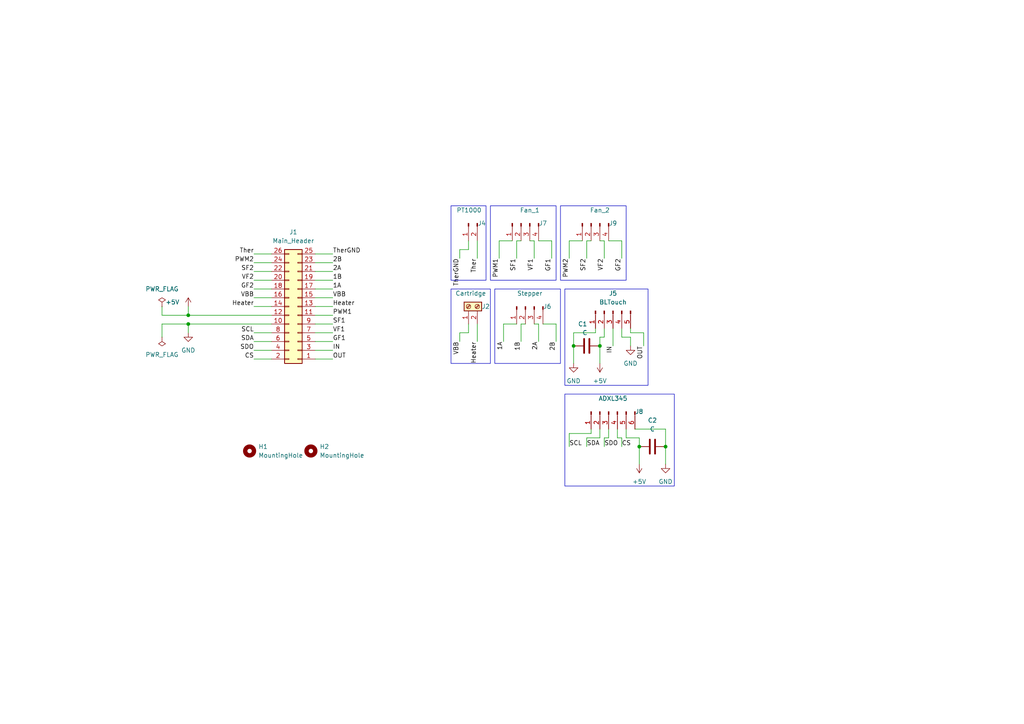
<source format=kicad_sch>
(kicad_sch (version 20230121) (generator eeschema)
  (paper "A4")
  (lib_symbols
    (symbol "Connector:Conn_01x02_Pin" (pin_names (offset 1.016) hide)
      (property "Reference" "J" (at 0 2.54 0))
      (property "Value" "Conn_01x02_Pin" (at 0 -5.08 0))
      (symbol "Conn_01x02_Pin_1_1"
        (polyline (pts (xy 1.27 -2.54) (xy 0.8636 -2.54)) (stroke (width 0.1524)))
        (polyline (pts (xy 1.27 0) (xy 0.8636 0)) (stroke (width 0.1524)))
        (rectangle (start 0.8636 -2.413) (end 0 -2.667) (stroke (width 0.1524)) (fill (type outline)))
        (rectangle (start 0.8636 0.127) (end 0 -0.127) (stroke (width 0.1524)) (fill (type outline)))
        (pin passive line (at 5.08 0 180) (length 3.81) (name "Pin_1") (number "1"))
        (pin passive line (at 5.08 -2.54 180) (length 3.81) (name "Pin_2") (number "2"))
      )
    )
    (symbol "Connector:Conn_01x04_Pin" (pin_names (offset 1.016) hide)
      (property "Reference" "J" (at 0 5.08 0))
      (property "Value" "Conn_01x04_Pin" (at 0 -7.62 0))
      (symbol "Conn_01x04_Pin_1_1"
        (polyline (pts (xy 1.27 -5.08) (xy 0.8636 -5.08)) (stroke (width 0.1524)))
        (polyline (pts (xy 1.27 -2.54) (xy 0.8636 -2.54)) (stroke (width 0.1524)))
        (polyline (pts (xy 1.27 0) (xy 0.8636 0)) (stroke (width 0.1524)))
        (polyline (pts (xy 1.27 2.54) (xy 0.8636 2.54)) (stroke (width 0.1524)))
        (rectangle (start 0.8636 -4.953) (end 0 -5.207) (stroke (width 0.1524)) (fill (type outline)))
        (rectangle (start 0.8636 -2.413) (end 0 -2.667) (stroke (width 0.1524)) (fill (type outline)))
        (rectangle (start 0.8636 0.127) (end 0 -0.127) (stroke (width 0.1524)) (fill (type outline)))
        (rectangle (start 0.8636 2.667) (end 0 2.413) (stroke (width 0.1524)) (fill (type outline)))
        (pin passive line (at 5.08 2.54 180) (length 3.81) (name "Pin_1") (number "1"))
        (pin passive line (at 5.08 0 180) (length 3.81) (name "Pin_2") (number "2"))
        (pin passive line (at 5.08 -2.54 180) (length 3.81) (name "Pin_3") (number "3"))
        (pin passive line (at 5.08 -5.08 180) (length 3.81) (name "Pin_4") (number "4"))
      )
    )
    (symbol "Connector:Conn_01x05_Pin" (pin_names (offset 1.016) hide)
      (property "Reference" "J" (at 0 7.62 0))
      (property "Value" "Conn_01x05_Pin" (at 0 -7.62 0))
      (symbol "Conn_01x05_Pin_1_1"
        (polyline (pts (xy 1.27 -5.08) (xy 0.8636 -5.08)) (stroke (width 0.1524)))
        (polyline (pts (xy 1.27 -2.54) (xy 0.8636 -2.54)) (stroke (width 0.1524)))
        (polyline (pts (xy 1.27 0) (xy 0.8636 0)) (stroke (width 0.1524)))
        (polyline (pts (xy 1.27 2.54) (xy 0.8636 2.54)) (stroke (width 0.1524)))
        (polyline (pts (xy 1.27 5.08) (xy 0.8636 5.08)) (stroke (width 0.1524)))
        (rectangle (start 0.8636 -4.953) (end 0 -5.207) (stroke (width 0.1524)) (fill (type outline)))
        (rectangle (start 0.8636 -2.413) (end 0 -2.667) (stroke (width 0.1524)) (fill (type outline)))
        (rectangle (start 0.8636 0.127) (end 0 -0.127) (stroke (width 0.1524)) (fill (type outline)))
        (rectangle (start 0.8636 2.667) (end 0 2.413) (stroke (width 0.1524)) (fill (type outline)))
        (rectangle (start 0.8636 5.207) (end 0 4.953) (stroke (width 0.1524)) (fill (type outline)))
        (pin passive line (at 5.08 5.08 180) (length 3.81) (name "Pin_1") (number "1"))
        (pin passive line (at 5.08 2.54 180) (length 3.81) (name "Pin_2") (number "2"))
        (pin passive line (at 5.08 0 180) (length 3.81) (name "Pin_3") (number "3"))
        (pin passive line (at 5.08 -2.54 180) (length 3.81) (name "Pin_4") (number "4"))
        (pin passive line (at 5.08 -5.08 180) (length 3.81) (name "Pin_5") (number "5"))
      )
    )
    (symbol "Connector:Conn_01x06_Pin" (pin_names (offset 1.016) hide)
      (property "Reference" "J" (at 0 7.62 0))
      (property "Value" "Conn_01x06_Pin" (at 0 -10.16 0))
      (symbol "Conn_01x06_Pin_1_1"
        (polyline (pts (xy 1.27 -7.62) (xy 0.8636 -7.62)) (stroke (width 0.1524)))
        (polyline (pts (xy 1.27 -5.08) (xy 0.8636 -5.08)) (stroke (width 0.1524)))
        (polyline (pts (xy 1.27 -2.54) (xy 0.8636 -2.54)) (stroke (width 0.1524)))
        (polyline (pts (xy 1.27 0) (xy 0.8636 0)) (stroke (width 0.1524)))
        (polyline (pts (xy 1.27 2.54) (xy 0.8636 2.54)) (stroke (width 0.1524)))
        (polyline (pts (xy 1.27 5.08) (xy 0.8636 5.08)) (stroke (width 0.1524)))
        (rectangle (start 0.8636 -7.493) (end 0 -7.747) (stroke (width 0.1524)) (fill (type outline)))
        (rectangle (start 0.8636 -4.953) (end 0 -5.207) (stroke (width 0.1524)) (fill (type outline)))
        (rectangle (start 0.8636 -2.413) (end 0 -2.667) (stroke (width 0.1524)) (fill (type outline)))
        (rectangle (start 0.8636 0.127) (end 0 -0.127) (stroke (width 0.1524)) (fill (type outline)))
        (rectangle (start 0.8636 2.667) (end 0 2.413) (stroke (width 0.1524)) (fill (type outline)))
        (rectangle (start 0.8636 5.207) (end 0 4.953) (stroke (width 0.1524)) (fill (type outline)))
        (pin passive line (at 5.08 5.08 180) (length 3.81) (name "Pin_1") (number "1"))
        (pin passive line (at 5.08 2.54 180) (length 3.81) (name "Pin_2") (number "2"))
        (pin passive line (at 5.08 0 180) (length 3.81) (name "Pin_3") (number "3"))
        (pin passive line (at 5.08 -2.54 180) (length 3.81) (name "Pin_4") (number "4"))
        (pin passive line (at 5.08 -5.08 180) (length 3.81) (name "Pin_5") (number "5"))
        (pin passive line (at 5.08 -7.62 180) (length 3.81) (name "Pin_6") (number "6"))
      )
    )
    (symbol "Connector:Screw_Terminal_01x02" (pin_names (offset 1.016) hide)
      (property "Reference" "J" (at 0 2.54 0))
      (property "Value" "Screw_Terminal_01x02" (at 0 -5.08 0))
      (symbol "Screw_Terminal_01x02_1_1"
        (rectangle (start -1.27 1.27) (end 1.27 -3.81) (stroke (width 0.254)) (fill (type background)))
        (circle (center 0 -2.54) (radius 0.635) (stroke (width 0.1524)))
        (polyline (pts (xy -0.5334 -2.2098) (xy 0.3302 -3.048)) (stroke (width 0.1524)))
        (polyline (pts (xy -0.5334 0.3302) (xy 0.3302 -0.508)) (stroke (width 0.1524)))
        (polyline (pts (xy -0.3556 -2.032) (xy 0.508 -2.8702)) (stroke (width 0.1524)))
        (polyline (pts (xy -0.3556 0.508) (xy 0.508 -0.3302)) (stroke (width 0.1524)))
        (circle (center 0 0) (radius 0.635) (stroke (width 0.1524)))
        (pin passive line (at -5.08 0 0) (length 3.81) (name "Pin_1") (number "1"))
        (pin passive line (at -5.08 -2.54 0) (length 3.81) (name "Pin_2") (number "2"))
      )
    )
    (symbol "Connector_Generic:Conn_02x13_Odd_Even" (pin_names (offset 1.016) hide)
      (property "Reference" "J" (at 1.27 17.78 0))
      (property "Value" "Conn_02x13_Odd_Even" (at 1.27 -17.78 0))
      (symbol "Conn_02x13_Odd_Even_1_1"
        (rectangle (start -1.27 -15.113) (end 0 -15.367) (stroke (width 0.1524)))
        (rectangle (start -1.27 -12.573) (end 0 -12.827) (stroke (width 0.1524)))
        (rectangle (start -1.27 -10.033) (end 0 -10.287) (stroke (width 0.1524)))
        (rectangle (start -1.27 -7.493) (end 0 -7.747) (stroke (width 0.1524)))
        (rectangle (start -1.27 -4.953) (end 0 -5.207) (stroke (width 0.1524)))
        (rectangle (start -1.27 -2.413) (end 0 -2.667) (stroke (width 0.1524)))
        (rectangle (start -1.27 0.127) (end 0 -0.127) (stroke (width 0.1524)))
        (rectangle (start -1.27 2.667) (end 0 2.413) (stroke (width 0.1524)))
        (rectangle (start -1.27 5.207) (end 0 4.953) (stroke (width 0.1524)))
        (rectangle (start -1.27 7.747) (end 0 7.493) (stroke (width 0.1524)))
        (rectangle (start -1.27 10.287) (end 0 10.033) (stroke (width 0.1524)))
        (rectangle (start -1.27 12.827) (end 0 12.573) (stroke (width 0.1524)))
        (rectangle (start -1.27 15.367) (end 0 15.113) (stroke (width 0.1524)))
        (rectangle (start -1.27 16.51) (end 3.81 -16.51) (stroke (width 0.254)) (fill (type background)))
        (rectangle (start 3.81 -15.113) (end 2.54 -15.367) (stroke (width 0.1524)))
        (rectangle (start 3.81 -12.573) (end 2.54 -12.827) (stroke (width 0.1524)))
        (rectangle (start 3.81 -10.033) (end 2.54 -10.287) (stroke (width 0.1524)))
        (rectangle (start 3.81 -7.493) (end 2.54 -7.747) (stroke (width 0.1524)))
        (rectangle (start 3.81 -4.953) (end 2.54 -5.207) (stroke (width 0.1524)))
        (rectangle (start 3.81 -2.413) (end 2.54 -2.667) (stroke (width 0.1524)))
        (rectangle (start 3.81 0.127) (end 2.54 -0.127) (stroke (width 0.1524)))
        (rectangle (start 3.81 2.667) (end 2.54 2.413) (stroke (width 0.1524)))
        (rectangle (start 3.81 5.207) (end 2.54 4.953) (stroke (width 0.1524)))
        (rectangle (start 3.81 7.747) (end 2.54 7.493) (stroke (width 0.1524)))
        (rectangle (start 3.81 10.287) (end 2.54 10.033) (stroke (width 0.1524)))
        (rectangle (start 3.81 12.827) (end 2.54 12.573) (stroke (width 0.1524)))
        (rectangle (start 3.81 15.367) (end 2.54 15.113) (stroke (width 0.1524)))
        (pin passive line (at -5.08 15.24 0) (length 3.81) (name "Pin_1") (number "1"))
        (pin passive line (at 7.62 5.08 180) (length 3.81) (name "Pin_10") (number "10"))
        (pin passive line (at -5.08 2.54 0) (length 3.81) (name "Pin_11") (number "11"))
        (pin passive line (at 7.62 2.54 180) (length 3.81) (name "Pin_12") (number "12"))
        (pin passive line (at -5.08 0 0) (length 3.81) (name "Pin_13") (number "13"))
        (pin passive line (at 7.62 0 180) (length 3.81) (name "Pin_14") (number "14"))
        (pin passive line (at -5.08 -2.54 0) (length 3.81) (name "Pin_15") (number "15"))
        (pin passive line (at 7.62 -2.54 180) (length 3.81) (name "Pin_16") (number "16"))
        (pin passive line (at -5.08 -5.08 0) (length 3.81) (name "Pin_17") (number "17"))
        (pin passive line (at 7.62 -5.08 180) (length 3.81) (name "Pin_18") (number "18"))
        (pin passive line (at -5.08 -7.62 0) (length 3.81) (name "Pin_19") (number "19"))
        (pin passive line (at 7.62 15.24 180) (length 3.81) (name "Pin_2") (number "2"))
        (pin passive line (at 7.62 -7.62 180) (length 3.81) (name "Pin_20") (number "20"))
        (pin passive line (at -5.08 -10.16 0) (length 3.81) (name "Pin_21") (number "21"))
        (pin passive line (at 7.62 -10.16 180) (length 3.81) (name "Pin_22") (number "22"))
        (pin passive line (at -5.08 -12.7 0) (length 3.81) (name "Pin_23") (number "23"))
        (pin passive line (at 7.62 -12.7 180) (length 3.81) (name "Pin_24") (number "24"))
        (pin passive line (at -5.08 -15.24 0) (length 3.81) (name "Pin_25") (number "25"))
        (pin passive line (at 7.62 -15.24 180) (length 3.81) (name "Pin_26") (number "26"))
        (pin passive line (at -5.08 12.7 0) (length 3.81) (name "Pin_3") (number "3"))
        (pin passive line (at 7.62 12.7 180) (length 3.81) (name "Pin_4") (number "4"))
        (pin passive line (at -5.08 10.16 0) (length 3.81) (name "Pin_5") (number "5"))
        (pin passive line (at 7.62 10.16 180) (length 3.81) (name "Pin_6") (number "6"))
        (pin passive line (at -5.08 7.62 0) (length 3.81) (name "Pin_7") (number "7"))
        (pin passive line (at 7.62 7.62 180) (length 3.81) (name "Pin_8") (number "8"))
        (pin passive line (at -5.08 5.08 0) (length 3.81) (name "Pin_9") (number "9"))
      )
    )
    (symbol "Device:C" (pin_numbers hide) (pin_names (offset 0.254))
      (property "Reference" "C" (at 0.635 2.54 0))
      (property "Value" "C" (at 0.635 -2.54 0))
      (symbol "C_0_1"
        (polyline (pts (xy -2.032 -0.762) (xy 2.032 -0.762)) (stroke (width 0.508)))
        (polyline (pts (xy -2.032 0.762) (xy 2.032 0.762)) (stroke (width 0.508)))
      )
      (symbol "C_1_1"
        (pin passive line (at 0 3.81 270) (length 2.794) (name "~") (number "1"))
        (pin passive line (at 0 -3.81 90) (length 2.794) (name "~") (number "2"))
      )
    )
    (symbol "Mechanical:MountingHole" (pin_names (offset 1.016))
      (property "Reference" "H" (at 0 5.08 0))
      (property "Value" "MountingHole" (at 0 3.175 0))
      (symbol "MountingHole_0_1"
        (circle (center 0 0) (radius 1.27) (stroke (width 1.27)))
      )
    )
    (symbol "PCM_4ms_Power-symbol:PWR_FLAG" (power) (pin_numbers hide) (pin_names (offset 0) hide)
      (property "Value" "PWR_FLAG" (at 0 3.81 0))
      (symbol "PWR_FLAG_0_0"
        (pin power_out line (at 0 0 90) (length 0) (name "pwr") (number "1"))
      )
      (symbol "PWR_FLAG_0_1"
        (polyline (pts (xy 0 0) (xy 0 1.27) (xy -1.016 1.905) (xy 0 2.54) (xy 1.016 1.905) (xy 0 1.27)))
      )
    )
    (symbol "power:+5V" (power) (pin_names (offset 0))
      (property "Value" "+5V" (at 0 3.556 0))
      (symbol "+5V_0_1"
        (polyline (pts (xy -0.762 1.27) (xy 0 2.54)))
        (polyline (pts (xy 0 0) (xy 0 2.54)))
        (polyline (pts (xy 0 2.54) (xy 0.762 1.27)))
      )
      (symbol "+5V_1_1"
        (pin power_in line (at 0 0 90) (length 0) hide (name "+5V") (number "1"))
      )
    )
    (symbol "power:GND" (power) (pin_names (offset 0))
      (property "Value" "GND" (at 0 -3.81 0))
      (symbol "GND_0_1"
        (polyline (pts (xy 0 0) (xy 0 -1.27) (xy 1.27 -1.27) (xy 0 -2.54) (xy -1.27 -1.27) (xy 0 -1.27)))
      )
      (symbol "GND_1_1"
        (pin power_in line (at 0 0 270) (length 0) hide (name "GND") (number "1"))
      )
    )
  )
  (junction (at 54.61 93.98))
  (junction (at 54.61 91.44))
  (junction (at 173.99 100.33))
  (junction (at 166.37 100.33))
  (junction (at 193.04 129.54))
  (junction (at 185.42 129.54))
  (wire (pts (xy 173.99 124.46) (xy 173.99 127)))
  (wire (pts (xy 180.34 69.85) (xy 176.53 69.85)))
  (wire (pts (xy 175.26 127) (xy 175.26 129.54)))
  (wire (pts (xy 73.66 86.36) (xy 78.74 86.36)))
  (wire (pts (xy 173.99 69.85) (xy 175.26 69.85)))
  (wire (pts (xy 180.34 127) (xy 180.34 129.54)))
  (wire (pts (xy 173.99 100.33) (xy 173.99 105.41)))
  (wire (pts (xy 73.66 96.52) (xy 78.74 96.52)))
  (wire (pts (xy 186.69 96.52) (xy 186.69 100.33)))
  (wire (pts (xy 54.61 93.98) (xy 78.74 93.98)))
  (wire (pts (xy 171.45 69.85) (xy 170.18 69.85)))
  (wire (pts (xy 96.52 83.82) (xy 91.44 83.82)))
  (wire (pts (xy 151.13 93.98) (xy 151.13 99.06)))
  (wire (pts (xy 73.66 76.2) (xy 78.74 76.2)))
  (wire (pts (xy 73.66 83.82) (xy 78.74 83.82)))
  (wire (pts (xy 91.44 81.28) (xy 96.52 81.28)))
  (wire (pts (xy 182.88 95.25) (xy 182.88 96.52)))
  (wire (pts (xy 151.13 93.98) (xy 152.4 93.98)))
  (wire (pts (xy 161.29 93.98) (xy 161.29 99.06)))
  (wire (pts (xy 165.1 125.73) (xy 165.1 129.54)))
  (wire (pts (xy 179.07 127) (xy 180.34 127)))
  (wire (pts (xy 91.44 104.14) (xy 96.52 104.14)))
  (wire (pts (xy 96.52 76.2) (xy 91.44 76.2)))
  (wire (pts (xy 46.99 97.79) (xy 46.99 93.98)))
  (wire (pts (xy 185.42 129.54) (xy 185.42 134.62)))
  (wire (pts (xy 180.34 97.79) (xy 180.34 95.25)))
  (wire (pts (xy 46.99 91.44) (xy 54.61 91.44)))
  (wire (pts (xy 176.53 124.46) (xy 176.53 127)))
  (wire (pts (xy 135.89 96.52) (xy 133.35 96.52)))
  (wire (pts (xy 176.53 127) (xy 175.26 127)))
  (wire (pts (xy 148.59 69.85) (xy 144.78 69.85)))
  (wire (pts (xy 138.43 93.98) (xy 138.43 99.06)))
  (wire (pts (xy 171.45 124.46) (xy 171.45 125.73)))
  (wire (pts (xy 179.07 124.46) (xy 179.07 127)))
  (wire (pts (xy 144.78 69.85) (xy 144.78 74.93)))
  (wire (pts (xy 181.61 127) (xy 185.42 127)))
  (wire (pts (xy 135.89 72.39) (xy 133.35 72.39)))
  (wire (pts (xy 96.52 101.6) (xy 91.44 101.6)))
  (wire (pts (xy 181.61 124.46) (xy 181.61 127)))
  (wire (pts (xy 160.02 69.85) (xy 156.21 69.85)))
  (wire (pts (xy 173.99 97.79) (xy 173.99 100.33)))
  (wire (pts (xy 73.66 81.28) (xy 78.74 81.28)))
  (wire (pts (xy 54.61 96.52) (xy 54.61 93.98)))
  (wire (pts (xy 182.88 97.79) (xy 182.88 100.33)))
  (wire (pts (xy 154.94 74.93) (xy 154.94 69.85)))
  (wire (pts (xy 182.88 97.79) (xy 180.34 97.79)))
  (wire (pts (xy 166.37 96.52) (xy 166.37 100.33)))
  (wire (pts (xy 175.26 69.85) (xy 175.26 74.93)))
  (wire (pts (xy 133.35 72.39) (xy 133.35 74.93)))
  (wire (pts (xy 160.02 69.85) (xy 160.02 74.93)))
  (wire (pts (xy 170.18 127) (xy 170.18 129.54)))
  (wire (pts (xy 170.18 69.85) (xy 170.18 74.93)))
  (wire (pts (xy 185.42 127) (xy 185.42 129.54)))
  (wire (pts (xy 96.52 99.06) (xy 91.44 99.06)))
  (wire (pts (xy 133.35 96.52) (xy 133.35 99.06)))
  (wire (pts (xy 186.69 96.52) (xy 182.88 96.52)))
  (wire (pts (xy 54.61 91.44) (xy 78.74 91.44)))
  (wire (pts (xy 73.66 101.6) (xy 78.74 101.6)))
  (wire (pts (xy 73.66 73.66) (xy 78.74 73.66)))
  (wire (pts (xy 91.44 91.44) (xy 96.52 91.44)))
  (wire (pts (xy 173.99 127) (xy 170.18 127)))
  (wire (pts (xy 177.8 95.25) (xy 177.8 100.33)))
  (wire (pts (xy 135.89 93.98) (xy 135.89 96.52)))
  (wire (pts (xy 96.52 96.52) (xy 91.44 96.52)))
  (wire (pts (xy 135.89 69.85) (xy 135.89 72.39)))
  (wire (pts (xy 91.44 93.98) (xy 96.52 93.98)))
  (wire (pts (xy 175.26 97.79) (xy 173.99 97.79)))
  (wire (pts (xy 171.45 125.73) (xy 165.1 125.73)))
  (wire (pts (xy 46.99 93.98) (xy 54.61 93.98)))
  (wire (pts (xy 96.52 73.66) (xy 91.44 73.66)))
  (wire (pts (xy 73.66 99.06) (xy 78.74 99.06)))
  (wire (pts (xy 46.99 88.9) (xy 46.99 91.44)))
  (wire (pts (xy 96.52 88.9) (xy 91.44 88.9)))
  (wire (pts (xy 156.21 93.98) (xy 154.94 93.98)))
  (wire (pts (xy 149.86 69.85) (xy 149.86 74.93)))
  (wire (pts (xy 180.34 69.85) (xy 180.34 74.93)))
  (wire (pts (xy 184.15 124.46) (xy 193.04 124.46)))
  (wire (pts (xy 175.26 95.25) (xy 175.26 97.79)))
  (wire (pts (xy 166.37 100.33) (xy 166.37 105.41)))
  (wire (pts (xy 146.05 93.98) (xy 149.86 93.98)))
  (wire (pts (xy 96.52 78.74) (xy 91.44 78.74)))
  (wire (pts (xy 165.1 69.85) (xy 165.1 74.93)))
  (wire (pts (xy 73.66 104.14) (xy 78.74 104.14)))
  (wire (pts (xy 172.72 95.25) (xy 172.72 96.52)))
  (wire (pts (xy 154.94 69.85) (xy 153.67 69.85)))
  (wire (pts (xy 156.21 93.98) (xy 156.21 99.06)))
  (wire (pts (xy 73.66 88.9) (xy 78.74 88.9)))
  (wire (pts (xy 138.43 69.85) (xy 138.43 74.93)))
  (wire (pts (xy 193.04 124.46) (xy 193.04 129.54)))
  (wire (pts (xy 172.72 96.52) (xy 166.37 96.52)))
  (wire (pts (xy 168.91 69.85) (xy 165.1 69.85)))
  (wire (pts (xy 151.13 69.85) (xy 149.86 69.85)))
  (wire (pts (xy 54.61 88.9) (xy 54.61 91.44)))
  (wire (pts (xy 73.66 78.74) (xy 78.74 78.74)))
  (wire (pts (xy 146.05 93.98) (xy 146.05 99.06)))
  (wire (pts (xy 96.52 86.36) (xy 91.44 86.36)))
  (wire (pts (xy 161.29 93.98) (xy 157.48 93.98)))
  (wire (pts (xy 193.04 129.54) (xy 193.04 134.62)))
  (rectangle (start 130.81 59.69) (end 140.97 81.28))
  (rectangle (start 130.81 83.82) (end 142.24 105.41))
  (rectangle (start 163.83 83.82) (end 187.96 111.76))
  (rectangle (start 162.56 59.69) (end 181.61 81.28))
  (rectangle (start 143.51 83.82) (end 162.56 105.41))
  (rectangle (start 142.24 59.69) (end 161.29 81.28))
  (rectangle (start 163.83 114.3) (end 195.58 140.97))
  (label "SDA" (at 73.66 99.06 180))
  (label "SF1" (at 96.52 93.98 0))
  (label "IN" (at 177.8 100.33 270))
  (label "SCL" (at 73.66 96.52 180))
  (label "PWM1" (at 144.78 74.93 270))
  (label "2A" (at 156.21 99.06 270))
  (label "VBB" (at 96.52 86.36 0))
  (label "2B" (at 161.29 99.06 270))
  (label "Heater" (at 73.66 88.9 180))
  (label "VF2" (at 73.66 81.28 180))
  (label "PWM2" (at 73.66 76.2 180))
  (label "Heater" (at 96.52 88.9 0))
  (label "1B" (at 151.13 99.06 270))
  (label "OUT" (at 96.52 104.14 0))
  (label "GF2" (at 180.34 74.93 270))
  (label "GF2" (at 73.66 83.82 180))
  (label "VF1" (at 96.52 96.52 0))
  (label "SDO" (at 73.66 101.6 180))
  (label "IN" (at 96.52 101.6 0))
  (label "VF1" (at 154.94 74.93 270))
  (label "CS" (at 180.34 129.54 0))
  (label "PWM2" (at 165.1 74.93 270))
  (label "TherGND" (at 133.35 74.93 270))
  (label "1B" (at 96.52 81.28 0))
  (label "SF2" (at 73.66 78.74 180))
  (label "OUT" (at 186.69 100.33 270))
  (label "1A" (at 146.05 99.06 270))
  (label "Ther" (at 73.66 73.66 180))
  (label "VF2" (at 175.26 74.93 270))
  (label "PWM1" (at 96.52 91.44 0))
  (label "GF1" (at 160.02 74.93 270))
  (label "VBB" (at 73.66 86.36 180))
  (label "SDO" (at 175.26 129.54 0))
  (label "Heater" (at 138.43 99.06 270))
  (label "2B" (at 96.52 76.2 0))
  (label "SF2" (at 170.18 74.93 270))
  (label "1A" (at 96.52 83.82 0))
  (label "2A" (at 96.52 78.74 0))
  (label "Ther" (at 138.43 74.93 270))
  (label "GF1" (at 96.52 99.06 0))
  (label "SDA" (at 170.18 129.54 0))
  (label "SF1" (at 149.86 74.93 270))
  (label "TherGND" (at 96.52 73.66 0))
  (label "VBB" (at 133.35 99.06 270))
  (label "SCL" (at 165.1 129.54 0))
  (label "CS" (at 73.66 104.14 180))
  (symbol (lib_id "power:GND") (at 166.37 105.41 0) (mirror y) (unit 1)
    (property "Reference" "#PWR04" (effects hide))
    (property "Value" "GND" (at 166.37 110.49 0))
  )
  (symbol (lib_id "Device:C") (at 170.18 100.33 270) (mirror x) (unit 1)
    (property "Reference" "C1" (at 167.64 93.98 90) (effects (justify left)))
    (property "Value" "C" (at 168.91 96.52 90) (effects (justify left)))
    (property "Footprint" "PCM_Capacitor_SMD_AKL:C_0805_2012Metric_Pad1.15x1.40mm_HandSolder" (effects hide))
  )
  (symbol (lib_id "power:+5V") (at 54.61 88.9 0) (mirror y) (unit 1)
    (property "Reference" "#PWR01" (effects hide))
    (property "Value" "+5V" (at 52.07 87.63 0) (effects (justify left)))
  )
  (symbol (lib_id "Connector:Conn_01x06_Pin") (at 176.53 119.38 90) (mirror x) (unit 1)
    (property "Reference" "J8" (at 185.42 119.38 90))
    (property "Value" "ADXL345" (at 177.8 115.57 90))
    (property "Footprint" "Connector_JST:JST_XH_B6B-XH-A_1x06_P2.50mm_Vertical" (effects hide))
  )
  (symbol (lib_id "power:+5V") (at 185.42 134.62 180) (unit 1)
    (property "Reference" "#PWR08" (effects hide))
    (property "Value" "+5V" (at 185.42 139.7 0))
  )
  (symbol (lib_id "PCM_4ms_Power-symbol:PWR_FLAG") (at 46.99 88.9 0) (mirror y) (unit 1)
    (property "Reference" "#FLG01" (effects hide))
    (property "Value" "PWR_FLAG" (at 46.99 83.82 0))
  )
  (symbol (lib_id "Connector:Conn_01x04_Pin") (at 171.45 64.77 90) (mirror x) (unit 1)
    (property "Reference" "J9" (at 177.8 64.77 90))
    (property "Value" "Fan_2" (at 173.99 60.96 90))
    (property "Footprint" "Connector_JST:JST_XH_B4B-XH-A_1x04_P2.50mm_Vertical" (effects hide))
  )
  (symbol (lib_id "Connector:Conn_01x02_Pin") (at 135.89 64.77 90) (mirror x) (unit 1)
    (property "Reference" "J4" (at 140.97 64.77 90) (effects (justify left)))
    (property "Value" "PT1000" (at 139.7 60.96 90) (effects (justify left)))
    (property "Footprint" "Connector_JST:JST_XH_B2B-XH-A_1x02_P2.50mm_Vertical" (effects hide))
  )
  (symbol (lib_id "PCM_4ms_Power-symbol:PWR_FLAG") (at 46.99 97.79 180) (unit 1)
    (property "Reference" "#FLG02" (effects hide))
    (property "Value" "PWR_FLAG" (at 46.99 102.87 0))
  )
  (symbol (lib_id "Mechanical:MountingHole") (at 90.17 130.81 0) (unit 1)
    (property "Reference" "H2" (at 92.71 129.54 0) (effects (justify left)))
    (property "Value" "MountingHole" (at 92.71 132.08 0) (effects (justify left)))
    (property "Footprint" "MountingHole:MountingHole_3.5mm" (effects hide))
  )
  (symbol (lib_id "Connector_Generic:Conn_02x13_Odd_Even") (at 86.36 88.9 180) (unit 1)
    (property "Reference" "J1" (at 85.09 67.31 0))
    (property "Value" "Main_Header" (at 85.09 69.85 0))
    (property "Footprint" "Connector_PinHeader_2.54mm:PinHeader_2x13_P2.54mm_Horizontal" (effects hide))
  )
  (symbol (lib_id "Connector:Conn_01x04_Pin") (at 152.4 88.9 90) (mirror x) (unit 1)
    (property "Reference" "J6" (at 158.75 88.9 90))
    (property "Value" "Stepper" (at 153.67 85.09 90))
    (property "Footprint" "Connector_JST:JST_XH_B4B-XH-A_1x04_P2.50mm_Vertical" (effects hide))
  )
  (symbol (lib_id "power:GND") (at 54.61 96.52 0) (unit 1)
    (property "Reference" "#PWR02" (effects hide))
    (property "Value" "GND" (at 54.61 101.6 0))
  )
  (symbol (lib_id "power:GND") (at 182.88 100.33 0) (mirror y) (unit 1)
    (property "Reference" "#PWR07" (effects hide))
    (property "Value" "GND" (at 182.88 105.41 0))
  )
  (symbol (lib_id "Connector:Conn_01x04_Pin") (at 151.13 64.77 90) (mirror x) (unit 1)
    (property "Reference" "J7" (at 157.48 64.77 90))
    (property "Value" "Fan_1" (at 153.67 60.96 90))
    (property "Footprint" "Connector_JST:JST_XH_B4B-XH-A_1x04_P2.50mm_Vertical" (effects hide))
  )
  (symbol (lib_id "Device:C") (at 189.23 129.54 90) (unit 1)
    (property "Reference" "C2" (at 189.23 121.92 90))
    (property "Value" "C" (at 189.23 124.46 90))
    (property "Footprint" "PCM_Capacitor_SMD_AKL:C_0805_2012Metric_Pad1.15x1.40mm_HandSolder" (effects hide))
  )
  (symbol (lib_id "Mechanical:MountingHole") (at 72.39 130.81 0) (unit 1)
    (property "Reference" "H1" (at 74.93 129.54 0) (effects (justify left)))
    (property "Value" "MountingHole" (at 74.93 132.08 0) (effects (justify left)))
    (property "Footprint" "MountingHole:MountingHole_3.5mm" (effects hide))
  )
  (symbol (lib_id "Connector:Conn_01x05_Pin") (at 177.8 90.17 90) (mirror x) (unit 1)
    (property "Reference" "J5" (at 177.8 85.09 90))
    (property "Value" "BLTouch" (at 177.8 87.63 90))
    (property "Footprint" "Connector_JST:JST_XH_B5B-XH-A_1x05_P2.50mm_Vertical" (effects hide))
  )
  (symbol (lib_id "Connector:Screw_Terminal_01x02") (at 135.89 88.9 90) (unit 1)
    (property "Reference" "J2" (at 139.7 88.9 90) (effects (justify right)))
    (property "Value" "Cartridge" (at 132.08 85.09 90) (effects (justify right)))
    (property "Footprint" "TerminalBlock_4Ucon:TerminalBlock_4Ucon_1x02_P3.50mm_Horizontal" (effects hide))
  )
  (symbol (lib_id "power:GND") (at 193.04 134.62 0) (unit 1)
    (property "Reference" "#PWR09" (effects hide))
    (property "Value" "GND" (at 193.04 139.7 0))
  )
  (symbol (lib_id "power:+5V") (at 173.99 105.41 0) (mirror x) (unit 1)
    (property "Reference" "#PWR06" (effects hide))
    (property "Value" "+5V" (at 173.99 110.49 0))
  )
)
</source>
